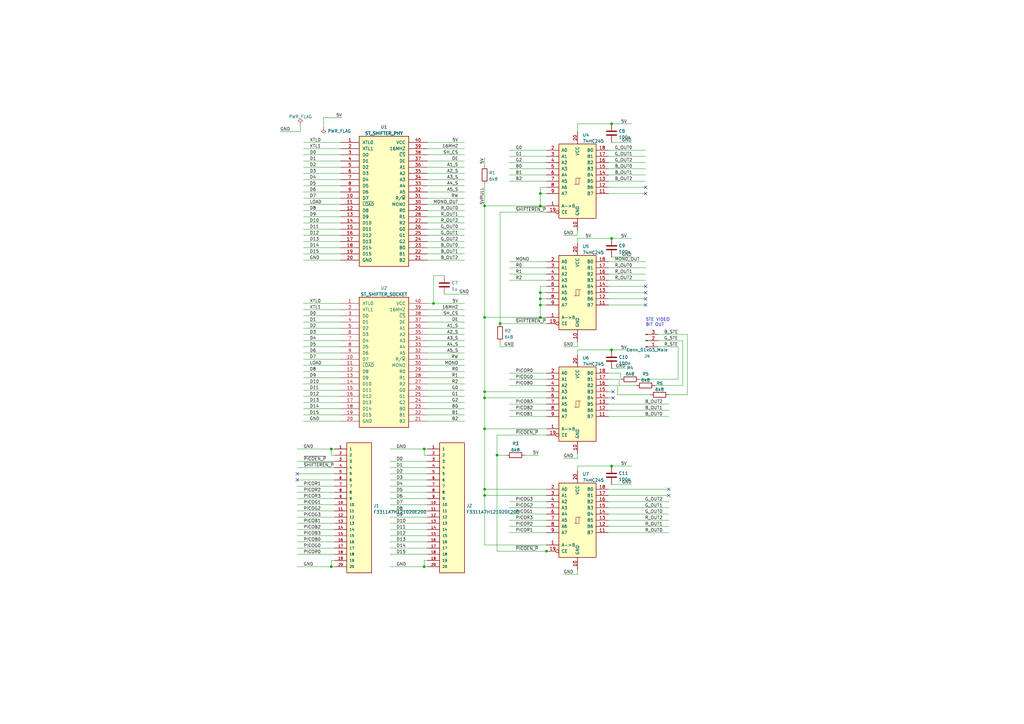
<source format=kicad_sch>
(kicad_sch (version 20211123) (generator eeschema)
  (paper "A3")
  (title_block (title "Video Rider ST") (date "2025-01-29") (rev "1") (company "D Henderson") (comment 1 "Copyright 2025") (comment 2 "Released under the terms of the GPLv2"))
  (lib_symbols
    (symbol "74xx:74HC245" (pin_names (offset 1.016))
      (property "Reference" "U" (at -7.62 16.51 0))
      (property "Value" "74HC245" (at -7.62 -16.51 0))
      (symbol "74HC245_1_0"
        (polyline (pts (xy -0.635 -1.27) (xy -0.635 1.27) (xy 0.635 1.27)))
        (polyline (pts (xy -1.27 -1.27) (xy 0.635 -1.27) (xy 0.635 1.27) (xy 1.27 1.27)))
        (pin input line (at -12.7 -10.16 0) (length 5.08) (name "A->B") (number "1"))
        (pin power_in line (at 0 -20.32 90) (length 5.08) (name "GND") (number "10"))
        (pin tri_state line (at 12.7 -5.08 180) (length 5.08) (name "B7") (number "11"))
        (pin tri_state line (at 12.7 -2.54 180) (length 5.08) (name "B6") (number "12"))
        (pin tri_state line (at 12.7 0 180) (length 5.08) (name "B5") (number "13"))
        (pin tri_state line (at 12.7 2.54 180) (length 5.08) (name "B4") (number "14"))
        (pin tri_state line (at 12.7 5.08 180) (length 5.08) (name "B3") (number "15"))
        (pin tri_state line (at 12.7 7.62 180) (length 5.08) (name "B2") (number "16"))
        (pin tri_state line (at 12.7 10.16 180) (length 5.08) (name "B1") (number "17"))
        (pin tri_state line (at 12.7 12.7 180) (length 5.08) (name "B0") (number "18"))
        (pin input inverted (at -12.7 -12.7 0) (length 5.08) (name "CE") (number "19"))
        (pin tri_state line (at -12.7 12.7 0) (length 5.08) (name "A0") (number "2"))
        (pin power_in line (at 0 20.32 270) (length 5.08) (name "VCC") (number "20"))
        (pin tri_state line (at -12.7 10.16 0) (length 5.08) (name "A1") (number "3"))
        (pin tri_state line (at -12.7 7.62 0) (length 5.08) (name "A2") (number "4"))
        (pin tri_state line (at -12.7 5.08 0) (length 5.08) (name "A3") (number "5"))
        (pin tri_state line (at -12.7 2.54 0) (length 5.08) (name "A4") (number "6"))
        (pin tri_state line (at -12.7 0 0) (length 5.08) (name "A5") (number "7"))
        (pin tri_state line (at -12.7 -2.54 0) (length 5.08) (name "A6") (number "8"))
        (pin tri_state line (at -12.7 -5.08 0) (length 5.08) (name "A7") (number "9"))
      )
      (symbol "74HC245_1_1"
        (rectangle (start -7.62 15.24) (end 7.62 -15.24) (stroke (width 0.254)) (fill (type background)))
      )
    )
    (symbol "Connector:Conn_01x03_Male" (pin_names (offset 1.016) hide)
      (property "Reference" "J" (at 0 5.08 0))
      (property "Value" "Conn_01x03_Male" (at 0 -5.08 0))
      (symbol "Conn_01x03_Male_1_1"
        (polyline (pts (xy 1.27 -2.54) (xy 0.8636 -2.54)) (stroke (width 0.1524)))
        (polyline (pts (xy 1.27 0) (xy 0.8636 0)) (stroke (width 0.1524)))
        (polyline (pts (xy 1.27 2.54) (xy 0.8636 2.54)) (stroke (width 0.1524)))
        (rectangle (start 0.8636 -2.413) (end 0 -2.667) (stroke (width 0.1524)) (fill (type outline)))
        (rectangle (start 0.8636 0.127) (end 0 -0.127) (stroke (width 0.1524)) (fill (type outline)))
        (rectangle (start 0.8636 2.667) (end 0 2.413) (stroke (width 0.1524)) (fill (type outline)))
        (pin passive line (at 5.08 2.54 180) (length 3.81) (name "Pin_1") (number "1"))
        (pin passive line (at 5.08 0 180) (length 3.81) (name "Pin_2") (number "2"))
        (pin passive line (at 5.08 -2.54 180) (length 3.81) (name "Pin_3") (number "3"))
      )
    )
    (symbol "Device:C" (pin_numbers hide) (pin_names (offset 0.254))
      (property "Reference" "C" (at 0.635 2.54 0))
      (property "Value" "C" (at 0.635 -2.54 0))
      (symbol "C_0_1"
        (polyline (pts (xy -2.032 -0.762) (xy 2.032 -0.762)) (stroke (width 0.508)))
        (polyline (pts (xy -2.032 0.762) (xy 2.032 0.762)) (stroke (width 0.508)))
      )
      (symbol "C_1_1"
        (pin passive line (at 0 3.81 270) (length 2.794) (name "~") (number "1"))
        (pin passive line (at 0 -3.81 90) (length 2.794) (name "~") (number "2"))
      )
    )
    (symbol "Device:R" (pin_numbers hide) (pin_names (offset 0))
      (property "Reference" "R" (at 2.032 0 90))
      (property "Value" "R" (at 0 0 90))
      (symbol "R_0_1"
        (rectangle (start -1.016 -2.54) (end 1.016 2.54) (stroke (width 0.254)))
      )
      (symbol "R_1_1"
        (pin passive line (at 0 3.81 270) (length 1.27) (name "~") (number "1"))
        (pin passive line (at 0 -3.81 90) (length 1.27) (name "~") (number "2"))
      )
    )
    (symbol "F3311A7H121020E200:F3311A7H121020E200" (pin_names (offset 1.016))
      (property "Reference" "J" (at -5.08 26.162 0))
      (property "Value" "F3311A7H121020E200" (at -5.08 -30.48 0))
      (symbol "F3311A7H121020E200_0_0"
        (rectangle (start -5.08 -27.94) (end 5.08 25.4) (stroke (width 0.254)) (fill (type background)))
        (pin passive line (at -10.16 22.86 0) (length 5.08) (name "1") (number "1"))
        (pin passive line (at -10.16 0 0) (length 5.08) (name "10") (number "10"))
        (pin passive line (at -10.16 -2.54 0) (length 5.08) (name "11") (number "11"))
        (pin passive line (at -10.16 -5.08 0) (length 5.08) (name "12") (number "12"))
        (pin passive line (at -10.16 -7.62 0) (length 5.08) (name "13") (number "13"))
        (pin passive line (at -10.16 -10.16 0) (length 5.08) (name "14") (number "14"))
        (pin passive line (at -10.16 -12.7 0) (length 5.08) (name "15") (number "15"))
        (pin passive line (at -10.16 -15.24 0) (length 5.08) (name "16") (number "16"))
        (pin passive line (at -10.16 -17.78 0) (length 5.08) (name "17") (number "17"))
        (pin passive line (at -10.16 -20.32 0) (length 5.08) (name "18") (number "18"))
        (pin passive line (at -10.16 -22.86 0) (length 5.08) (name "19") (number "19"))
        (pin passive line (at -10.16 20.32 0) (length 5.08) (name "2") (number "2"))
        (pin passive line (at -10.16 -25.4 0) (length 5.08) (name "20") (number "20"))
        (pin passive line (at -10.16 17.78 0) (length 5.08) (name "3") (number "3"))
        (pin passive line (at -10.16 15.24 0) (length 5.08) (name "4") (number "4"))
        (pin passive line (at -10.16 12.7 0) (length 5.08) (name "5") (number "5"))
        (pin passive line (at -10.16 10.16 0) (length 5.08) (name "6") (number "6"))
        (pin passive line (at -10.16 7.62 0) (length 5.08) (name "7") (number "7"))
        (pin passive line (at -10.16 5.08 0) (length 5.08) (name "8") (number "8"))
        (pin passive line (at -10.16 2.54 0) (length 5.08) (name "9") (number "9"))
      )
    )
    (symbol "power:PWR_FLAG" (power) (pin_numbers hide) (pin_names (offset 0) hide)
      (property "Value" "PWR_FLAG" (at 0 3.81 0))
      (symbol "PWR_FLAG_0_0"
        (pin power_out line (at 0 0 90) (length 0) (name "pwr") (number "1"))
      )
      (symbol "PWR_FLAG_0_1"
        (polyline (pts (xy 0 0) (xy 0 1.27) (xy -1.016 1.905) (xy 0 2.54) (xy 1.016 1.905) (xy 0 1.27)))
      )
    )
    (symbol "st_shifter:ST_SHIFTER_PHY" (pin_names (offset 1.27))
      (property "Reference" "U" (at -10.16 31.75 0))
      (property "Value" "ST_SHIFTER_PHY" (at -10.16 29.21 0))
      (symbol "ST_SHIFTER_PHY_0_0"
        (rectangle (start -10.16 26.67) (end 10.16 -26.67) (stroke (width 0.254)) (fill (type background)))
        (pin input line (at -17.78 24.13 0) (length 7.62) (name "XTL0") (number "1"))
        (pin bidirectional line (at -17.78 1.27 0) (length 7.62) (name "D7") (number "10"))
        (pin input line (at -17.78 -1.27 0) (length 7.62) (name "~{LOAD}") (number "11"))
        (pin bidirectional line (at -17.78 -3.81 0) (length 7.62) (name "D8") (number "12"))
        (pin bidirectional line (at -17.78 -6.35 0) (length 7.62) (name "D9") (number "13"))
        (pin bidirectional line (at -17.78 -8.89 0) (length 7.62) (name "D10") (number "14"))
        (pin bidirectional line (at -17.78 -11.43 0) (length 7.62) (name "D11") (number "15"))
        (pin bidirectional line (at -17.78 -13.97 0) (length 7.62) (name "D12") (number "16"))
        (pin bidirectional line (at -17.78 -16.51 0) (length 7.62) (name "D13") (number "17"))
        (pin bidirectional line (at -17.78 -19.05 0) (length 7.62) (name "D14") (number "18"))
        (pin bidirectional line (at -17.78 -21.59 0) (length 7.62) (name "D15") (number "19"))
        (pin input line (at -17.78 21.59 0) (length 7.62) (name "XTL1") (number "2"))
        (pin power_in line (at -17.78 -24.13 0) (length 7.62) (name "GND") (number "20"))
        (pin output line (at 17.78 -24.13 180) (length 7.62) (name "B2") (number "21"))
        (pin output line (at 17.78 -21.59 180) (length 7.62) (name "B1") (number "22"))
        (pin output line (at 17.78 -19.05 180) (length 7.62) (name "B0") (number "23"))
        (pin output line (at 17.78 -16.51 180) (length 7.62) (name "G2") (number "24"))
        (pin output line (at 17.78 -13.97 180) (length 7.62) (name "G1") (number "25"))
        (pin output line (at 17.78 -11.43 180) (length 7.62) (name "G0") (number "26"))
        (pin output line (at 17.78 -8.89 180) (length 7.62) (name "R2") (number "27"))
        (pin output line (at 17.78 -6.35 180) (length 7.62) (name "R1") (number "28"))
        (pin output line (at 17.78 -3.81 180) (length 7.62) (name "R0") (number "29"))
        (pin bidirectional line (at -17.78 19.05 0) (length 7.62) (name "D0") (number "3"))
        (pin output line (at 17.78 -1.27 180) (length 7.62) (name "MONO") (number "30"))
        (pin input line (at 17.78 1.27 180) (length 7.62) (name "R/~{W}") (number "31"))
        (pin input line (at 17.78 3.81 180) (length 7.62) (name "A5") (number "32"))
        (pin input line (at 17.78 6.35 180) (length 7.62) (name "A4") (number "33"))
        (pin input line (at 17.78 8.89 180) (length 7.62) (name "A3") (number "34"))
        (pin input line (at 17.78 11.43 180) (length 7.62) (name "A2") (number "35"))
        (pin input line (at 17.78 13.97 180) (length 7.62) (name "A1") (number "36"))
        (pin input line (at 17.78 16.51 180) (length 7.62) (name "DE") (number "37"))
        (pin input line (at 17.78 19.05 180) (length 7.62) (name "~{CS}") (number "38"))
        (pin output line (at 17.78 21.59 180) (length 7.62) (name "16MHZ") (number "39"))
        (pin bidirectional line (at -17.78 16.51 0) (length 7.62) (name "D1") (number "4"))
        (pin power_in line (at 17.78 24.13 180) (length 7.62) (name "VCC") (number "40"))
        (pin bidirectional line (at -17.78 13.97 0) (length 7.62) (name "D2") (number "5"))
        (pin bidirectional line (at -17.78 11.43 0) (length 7.62) (name "D3") (number "6"))
        (pin bidirectional line (at -17.78 8.89 0) (length 7.62) (name "D4") (number "7"))
        (pin bidirectional line (at -17.78 6.35 0) (length 7.62) (name "D5") (number "8"))
        (pin bidirectional line (at -17.78 3.81 0) (length 7.62) (name "D6") (number "9"))
      )
    )
    (symbol "st_shifter:ST_SHIFTER_SOCKET" (pin_names (offset 1.27))
      (property "Reference" "U" (at -10.16 31.75 0))
      (property "Value" "ST_SHIFTER_SOCKET" (at -10.16 29.21 0))
      (symbol "ST_SHIFTER_SOCKET_0_0"
        (rectangle (start -10.16 26.67) (end 10.16 -26.67) (stroke (width 0.254)) (fill (type background)))
        (pin passive line (at -17.78 24.13 0) (length 7.62) (name "XTL0") (number "1"))
        (pin passive line (at -17.78 1.27 0) (length 7.62) (name "D7") (number "10"))
        (pin passive line (at -17.78 -1.27 0) (length 7.62) (name "~{LOAD}") (number "11"))
        (pin passive line (at -17.78 -3.81 0) (length 7.62) (name "D8") (number "12"))
        (pin passive line (at -17.78 -6.35 0) (length 7.62) (name "D9") (number "13"))
        (pin passive line (at -17.78 -8.89 0) (length 7.62) (name "D10") (number "14"))
        (pin passive line (at -17.78 -11.43 0) (length 7.62) (name "D11") (number "15"))
        (pin passive line (at -17.78 -13.97 0) (length 7.62) (name "D12") (number "16"))
        (pin passive line (at -17.78 -16.51 0) (length 7.62) (name "D13") (number "17"))
        (pin passive line (at -17.78 -19.05 0) (length 7.62) (name "D14") (number "18"))
        (pin passive line (at -17.78 -21.59 0) (length 7.62) (name "D15") (number "19"))
        (pin passive line (at -17.78 21.59 0) (length 7.62) (name "XTL1") (number "2"))
        (pin passive line (at -17.78 -24.13 0) (length 7.62) (name "GND") (number "20"))
        (pin passive line (at 17.78 -24.13 180) (length 7.62) (name "B2") (number "21"))
        (pin passive line (at 17.78 -21.59 180) (length 7.62) (name "B1") (number "22"))
        (pin passive line (at 17.78 -19.05 180) (length 7.62) (name "B0") (number "23"))
        (pin passive line (at 17.78 -16.51 180) (length 7.62) (name "G2") (number "24"))
        (pin passive line (at 17.78 -13.97 180) (length 7.62) (name "G1") (number "25"))
        (pin passive line (at 17.78 -11.43 180) (length 7.62) (name "G0") (number "26"))
        (pin passive line (at 17.78 -8.89 180) (length 7.62) (name "R2") (number "27"))
        (pin passive line (at 17.78 -6.35 180) (length 7.62) (name "R1") (number "28"))
        (pin passive line (at 17.78 -3.81 180) (length 7.62) (name "R0") (number "29"))
        (pin passive line (at -17.78 19.05 0) (length 7.62) (name "D0") (number "3"))
        (pin passive line (at 17.78 -1.27 180) (length 7.62) (name "MONO") (number "30"))
        (pin passive line (at 17.78 1.27 180) (length 7.62) (name "R/~{W}") (number "31"))
        (pin passive line (at 17.78 3.81 180) (length 7.62) (name "A5") (number "32"))
        (pin passive line (at 17.78 6.35 180) (length 7.62) (name "A4") (number "33"))
        (pin passive line (at 17.78 8.89 180) (length 7.62) (name "A3") (number "34"))
        (pin passive line (at 17.78 11.43 180) (length 7.62) (name "A2") (number "35"))
        (pin passive line (at 17.78 13.97 180) (length 7.62) (name "A1") (number "36"))
        (pin passive line (at 17.78 16.51 180) (length 7.62) (name "DE") (number "37"))
        (pin passive line (at 17.78 19.05 180) (length 7.62) (name "~{CS}") (number "38"))
        (pin passive line (at 17.78 21.59 180) (length 7.62) (name "16MHZ") (number "39"))
        (pin passive line (at -17.78 16.51 0) (length 7.62) (name "D1") (number "4"))
        (pin passive line (at 17.78 24.13 180) (length 7.62) (name "VCC") (number "40"))
        (pin passive line (at -17.78 13.97 0) (length 7.62) (name "D2") (number "5"))
        (pin passive line (at -17.78 11.43 0) (length 7.62) (name "D3") (number "6"))
        (pin passive line (at -17.78 8.89 0) (length 7.62) (name "D4") (number "7"))
        (pin passive line (at -17.78 6.35 0) (length 7.62) (name "D5") (number "8"))
        (pin passive line (at -17.78 3.81 0) (length 7.62) (name "D6") (number "9"))
      )
    )
  )
  (junction (at 198.755 130.175))
  (junction (at 224.155 226.06))
  (junction (at 221.615 120.015))
  (junction (at 198.755 203.2))
  (junction (at 221.615 125.095))
  (junction (at 198.755 200.66))
  (junction (at 203.835 186.69))
  (junction (at 173.99 184.15))
  (junction (at 205.105 132.715))
  (junction (at 250.825 191.135))
  (junction (at 221.615 130.175))
  (junction (at 250.825 50.8))
  (junction (at 221.615 84.455))
  (junction (at 198.755 163.195))
  (junction (at 221.615 79.375))
  (junction (at 177.8 124.46))
  (junction (at 250.825 143.51))
  (junction (at 135.89 232.41))
  (junction (at 198.755 175.895))
  (junction (at 173.99 232.41))
  (junction (at 198.755 160.655))
  (junction (at 221.615 122.555))
  (junction (at 198.755 84.455))
  (junction (at 135.89 184.15))
  (junction (at 250.825 97.79))
  (no_connect (at 264.795 117.475))
  (no_connect (at 264.795 122.555))
  (no_connect (at 251.46 160.655))
  (no_connect (at 274.32 200.66))
  (no_connect (at 274.32 203.2))
  (no_connect (at 264.795 76.835))
  (no_connect (at 264.795 125.095))
  (no_connect (at 264.795 120.015))
  (no_connect (at 121.92 196.85))
  (no_connect (at 264.795 79.375))
  (no_connect (at 251.46 163.195))
  (no_connect (at 121.92 194.31))
  (wire (pts (xy 236.855 142.24) (xy 231.14 142.24)))
  (wire (pts (xy 139.7 88.9) (xy 124.46 88.9)))
  (wire (pts (xy 249.555 160.655) (xy 251.46 160.655)))
  (wire (pts (xy 264.795 107.315) (xy 249.555 107.315)))
  (wire (pts (xy 175.26 58.42) (xy 190.5 58.42)))
  (wire (pts (xy 224.155 109.855) (xy 208.915 109.855)))
  (wire (pts (xy 274.32 161.925) (xy 281.94 161.925)))
  (wire (pts (xy 198.755 203.2) (xy 198.755 223.52)))
  (wire (pts (xy 224.155 205.74) (xy 208.915 205.74)))
  (wire (pts (xy 262.255 155.575) (xy 278.13 155.575)))
  (wire (pts (xy 264.795 114.935) (xy 249.555 114.935)))
  (wire (pts (xy 250.825 198.755) (xy 259.08 198.755)))
  (wire (pts (xy 264.795 61.595) (xy 249.555 61.595)))
  (wire (pts (xy 175.26 104.14) (xy 190.5 104.14)))
  (wire (pts (xy 175.26 99.06) (xy 190.5 99.06)))
  (wire (pts (xy 137.16 196.85) (xy 121.92 196.85)))
  (wire (pts (xy 224.155 213.36) (xy 208.915 213.36)))
  (wire (pts (xy 175.26 96.52) (xy 190.5 96.52)))
  (wire (pts (xy 135.89 184.15) (xy 137.16 184.15)))
  (wire (pts (xy 264.795 69.215) (xy 249.555 69.215)))
  (wire (pts (xy 175.26 152.4) (xy 190.5 152.4)))
  (wire (pts (xy 198.755 67.945) (xy 198.755 64.77)))
  (wire (pts (xy 236.855 142.24) (xy 236.855 140.335)))
  (wire (pts (xy 139.7 106.68) (xy 124.46 106.68)))
  (wire (pts (xy 249.555 122.555) (xy 264.795 122.555)))
  (wire (pts (xy 236.855 235.585) (xy 231.14 235.585)))
  (wire (pts (xy 121.92 204.47) (xy 137.16 204.47)))
  (wire (pts (xy 236.855 191.135) (xy 250.825 191.135)))
  (wire (pts (xy 249.555 76.835) (xy 264.795 76.835)))
  (wire (pts (xy 173.99 184.15) (xy 175.26 184.15)))
  (wire (pts (xy 203.835 178.435) (xy 224.155 178.435)))
  (wire (pts (xy 175.26 137.16) (xy 190.5 137.16)))
  (wire (pts (xy 139.7 162.56) (xy 124.46 162.56)))
  (wire (pts (xy 224.155 114.935) (xy 208.915 114.935)))
  (wire (pts (xy 139.7 81.28) (xy 124.46 81.28)))
  (wire (pts (xy 175.26 162.56) (xy 190.5 162.56)))
  (wire (pts (xy 250.825 97.79) (xy 259.08 97.79)))
  (wire (pts (xy 139.7 91.44) (xy 124.46 91.44)))
  (wire (pts (xy 139.7 66.04) (xy 124.46 66.04)))
  (wire (pts (xy 160.02 217.17) (xy 175.26 217.17)))
  (wire (pts (xy 139.7 154.94) (xy 124.46 154.94)))
  (wire (pts (xy 281.94 137.16) (xy 269.875 137.16)))
  (wire (pts (xy 121.92 201.93) (xy 137.16 201.93)))
  (wire (pts (xy 249.555 120.015) (xy 264.795 120.015)))
  (wire (pts (xy 139.7 63.5) (xy 124.46 63.5)))
  (wire (pts (xy 203.835 226.06) (xy 224.155 226.06)))
  (wire (pts (xy 224.155 69.215) (xy 208.915 69.215)))
  (wire (pts (xy 198.755 130.175) (xy 198.755 84.455)))
  (wire (pts (xy 139.7 71.12) (xy 124.46 71.12)))
  (wire (pts (xy 221.615 122.555) (xy 221.615 125.095)))
  (wire (pts (xy 224.155 168.275) (xy 208.915 168.275)))
  (wire (pts (xy 137.16 186.69) (xy 135.89 186.69)))
  (wire (pts (xy 224.155 218.44) (xy 208.915 218.44)))
  (wire (pts (xy 198.755 175.895) (xy 198.755 163.195)))
  (wire (pts (xy 236.855 50.8) (xy 250.825 50.8)))
  (wire (pts (xy 198.755 84.455) (xy 198.755 75.565)))
  (wire (pts (xy 203.835 178.435) (xy 203.835 186.69)))
  (wire (pts (xy 139.7 149.86) (xy 124.46 149.86)))
  (wire (pts (xy 281.94 161.925) (xy 281.94 137.16)))
  (wire (pts (xy 254.635 153.035) (xy 254.635 155.575)))
  (wire (pts (xy 139.7 132.08) (xy 124.46 132.08)))
  (wire (pts (xy 175.26 224.79) (xy 160.02 224.79)))
  (wire (pts (xy 249.555 203.2) (xy 274.32 203.2)))
  (wire (pts (xy 175.26 73.66) (xy 190.5 73.66)))
  (wire (pts (xy 160.02 214.63) (xy 175.26 214.63)))
  (wire (pts (xy 139.7 139.7) (xy 124.46 139.7)))
  (wire (pts (xy 175.26 167.64) (xy 190.5 167.64)))
  (wire (pts (xy 236.855 187.96) (xy 231.14 187.96)))
  (wire (pts (xy 250.825 143.51) (xy 259.08 143.51)))
  (wire (pts (xy 137.16 194.31) (xy 121.92 194.31)))
  (wire (pts (xy 221.615 117.475) (xy 221.615 120.015)))
  (wire (pts (xy 175.26 219.71) (xy 160.02 219.71)))
  (wire (pts (xy 173.99 232.41) (xy 175.26 232.41)))
  (wire (pts (xy 198.755 200.66) (xy 198.755 203.2)))
  (wire (pts (xy 175.26 101.6) (xy 190.5 101.6)))
  (wire (pts (xy 139.7 147.32) (xy 124.46 147.32)))
  (wire (pts (xy 160.02 201.93) (xy 175.26 201.93)))
  (wire (pts (xy 175.26 91.44) (xy 190.5 91.44)))
  (wire (pts (xy 224.155 64.135) (xy 208.915 64.135)))
  (wire (pts (xy 121.92 214.63) (xy 137.16 214.63)))
  (wire (pts (xy 224.155 210.82) (xy 208.915 210.82)))
  (wire (pts (xy 224.155 170.815) (xy 208.915 170.815)))
  (wire (pts (xy 198.755 163.195) (xy 198.755 160.655)))
  (wire (pts (xy 175.26 71.12) (xy 190.5 71.12)))
  (wire (pts (xy 264.795 112.395) (xy 249.555 112.395)))
  (wire (pts (xy 175.26 93.98) (xy 190.5 93.98)))
  (wire (pts (xy 135.89 186.69) (xy 135.89 184.15)))
  (wire (pts (xy 280.035 139.7) (xy 280.035 158.115)))
  (wire (pts (xy 198.755 175.895) (xy 198.755 200.66)))
  (wire (pts (xy 264.795 74.295) (xy 249.555 74.295)))
  (wire (pts (xy 121.92 207.01) (xy 137.16 207.01)))
  (wire (pts (xy 139.7 157.48) (xy 124.46 157.48)))
  (wire (pts (xy 139.7 144.78) (xy 124.46 144.78)))
  (wire (pts (xy 236.855 187.96) (xy 236.855 186.055)))
  (wire (pts (xy 236.855 50.8) (xy 236.855 53.975)))
  (wire (pts (xy 264.795 109.855) (xy 249.555 109.855)))
  (wire (pts (xy 139.7 101.6) (xy 124.46 101.6)))
  (wire (pts (xy 264.795 66.675) (xy 249.555 66.675)))
  (wire (pts (xy 249.555 205.74) (xy 274.32 205.74)))
  (wire (pts (xy 160.02 191.77) (xy 175.26 191.77)))
  (wire (pts (xy 205.105 86.995) (xy 224.155 86.995)))
  (wire (pts (xy 123.19 51.435) (xy 123.19 53.975)))
  (wire (pts (xy 203.835 226.06) (xy 203.835 186.69)))
  (wire (pts (xy 249.555 125.095) (xy 264.795 125.095)))
  (wire (pts (xy 139.7 160.02) (xy 124.46 160.02)))
  (wire (pts (xy 249.555 117.475) (xy 264.795 117.475)))
  (wire (pts (xy 139.7 170.18) (xy 124.46 170.18)))
  (wire (pts (xy 280.035 158.115) (xy 268.605 158.115)))
  (wire (pts (xy 139.7 134.62) (xy 124.46 134.62)))
  (wire (pts (xy 224.155 208.28) (xy 208.915 208.28)))
  (wire (pts (xy 175.26 86.36) (xy 190.5 86.36)))
  (wire (pts (xy 121.92 184.15) (xy 135.89 184.15)))
  (wire (pts (xy 175.26 222.25) (xy 160.02 222.25)))
  (wire (pts (xy 249.555 163.195) (xy 251.46 163.195)))
  (wire (pts (xy 224.155 74.295) (xy 208.915 74.295)))
  (wire (pts (xy 139.7 172.72) (xy 124.46 172.72)))
  (wire (pts (xy 137.16 189.23) (xy 121.92 189.23)))
  (wire (pts (xy 198.755 160.655) (xy 198.755 130.175)))
  (wire (pts (xy 249.555 208.28) (xy 274.32 208.28)))
  (wire (pts (xy 224.155 165.735) (xy 208.915 165.735)))
  (wire (pts (xy 175.26 81.28) (xy 190.5 81.28)))
  (wire (pts (xy 249.555 79.375) (xy 264.795 79.375)))
  (wire (pts (xy 121.92 219.71) (xy 137.16 219.71)))
  (wire (pts (xy 135.89 229.87) (xy 135.89 232.41)))
  (wire (pts (xy 208.915 155.575) (xy 224.155 155.575)))
  (wire (pts (xy 139.7 76.2) (xy 124.46 76.2)))
  (wire (pts (xy 175.26 132.08) (xy 190.5 132.08)))
  (wire (pts (xy 205.105 132.715) (xy 224.155 132.715)))
  (wire (pts (xy 175.26 144.78) (xy 190.5 144.78)))
  (wire (pts (xy 175.26 149.86) (xy 190.5 149.86)))
  (wire (pts (xy 160.02 184.15) (xy 173.99 184.15)))
  (wire (pts (xy 139.7 68.58) (xy 124.46 68.58)))
  (wire (pts (xy 175.26 88.9) (xy 190.5 88.9)))
  (wire (pts (xy 175.26 170.18) (xy 190.5 170.18)))
  (wire (pts (xy 249.555 215.9) (xy 274.32 215.9)))
  (wire (pts (xy 203.835 186.69) (xy 207.645 186.69)))
  (wire (pts (xy 175.26 66.04) (xy 190.5 66.04)))
  (wire (pts (xy 221.615 76.835) (xy 221.615 79.375)))
  (wire (pts (xy 224.155 158.115) (xy 208.915 158.115)))
  (wire (pts (xy 249.555 155.575) (xy 254 155.575)))
  (wire (pts (xy 175.26 68.58) (xy 190.5 68.58)))
  (wire (pts (xy 266.7 161.925) (xy 253.365 161.925)))
  (wire (pts (xy 175.26 142.24) (xy 190.5 142.24)))
  (wire (pts (xy 160.02 199.39) (xy 175.26 199.39)))
  (wire (pts (xy 224.155 215.9) (xy 208.915 215.9)))
  (wire (pts (xy 175.26 186.69) (xy 173.99 186.69)))
  (wire (pts (xy 121.92 217.17) (xy 137.16 217.17)))
  (wire (pts (xy 121.92 227.33) (xy 137.16 227.33)))
  (wire (pts (xy 139.7 96.52) (xy 124.46 96.52)))
  (wire (pts (xy 221.615 120.015) (xy 224.155 120.015)))
  (wire (pts (xy 175.26 78.74) (xy 190.5 78.74)))
  (wire (pts (xy 215.265 186.69) (xy 220.98 186.69)))
  (wire (pts (xy 175.26 83.82) (xy 190.5 83.82)))
  (wire (pts (xy 224.155 117.475) (xy 221.615 117.475)))
  (wire (pts (xy 160.02 232.41) (xy 173.99 232.41)))
  (wire (pts (xy 139.7 152.4) (xy 124.46 152.4)))
  (wire (pts (xy 205.105 86.995) (xy 205.105 132.715)))
  (wire (pts (xy 114.935 53.975) (xy 123.19 53.975)))
  (wire (pts (xy 236.855 96.52) (xy 231.14 96.52)))
  (wire (pts (xy 175.26 106.68) (xy 190.5 106.68)))
  (wire (pts (xy 121.92 199.39) (xy 137.16 199.39)))
  (wire (pts (xy 236.855 235.585) (xy 236.855 233.68)))
  (wire (pts (xy 198.755 84.455) (xy 221.615 84.455)))
  (wire (pts (xy 121.92 212.09) (xy 137.16 212.09)))
  (wire (pts (xy 139.7 142.24) (xy 124.46 142.24)))
  (wire (pts (xy 175.26 147.32) (xy 190.5 147.32)))
  (wire (pts (xy 160.02 204.47) (xy 175.26 204.47)))
  (wire (pts (xy 139.7 83.82) (xy 124.46 83.82)))
  (wire (pts (xy 205.105 142.24) (xy 205.105 140.335)))
  (wire (pts (xy 175.26 76.2) (xy 190.5 76.2)))
  (wire (pts (xy 224.155 66.675) (xy 208.915 66.675)))
  (wire (pts (xy 269.875 139.7) (xy 280.035 139.7)))
  (wire (pts (xy 224.155 130.175) (xy 221.615 130.175)))
  (wire (pts (xy 198.755 160.655) (xy 224.155 160.655)))
  (wire (pts (xy 139.7 93.98) (xy 124.46 93.98)))
  (wire (pts (xy 175.26 127) (xy 190.5 127)))
  (wire (pts (xy 175.26 134.62) (xy 190.5 134.62)))
  (wire (pts (xy 250.825 191.135) (xy 259.08 191.135)))
  (wire (pts (xy 198.755 200.66) (xy 224.155 200.66)))
  (wire (pts (xy 253.365 158.115) (xy 249.555 158.115)))
  (wire (pts (xy 236.855 96.52) (xy 236.855 94.615)))
  (wire (pts (xy 250.825 58.42) (xy 259.08 58.42)))
  (wire (pts (xy 236.855 97.79) (xy 236.855 99.695)))
  (wire (pts (xy 249.555 200.66) (xy 274.32 200.66)))
  (wire (pts (xy 224.155 76.835) (xy 221.615 76.835)))
  (wire (pts (xy 182.245 113.03) (xy 177.8 113.03)))
  (wire (pts (xy 139.7 104.14) (xy 124.46 104.14)))
  (wire (pts (xy 160.02 207.01) (xy 175.26 207.01)))
  (wire (pts (xy 250.825 50.8) (xy 259.08 50.8)))
  (wire (pts (xy 236.855 143.51) (xy 236.855 145.415)))
  (wire (pts (xy 249.555 218.44) (xy 274.32 218.44)))
  (wire (pts (xy 224.155 107.315) (xy 208.915 107.315)))
  (wire (pts (xy 221.615 125.095) (xy 224.155 125.095)))
  (wire (pts (xy 139.7 99.06) (xy 124.46 99.06)))
  (wire (pts (xy 249.555 170.815) (xy 274.32 170.815)))
  (wire (pts (xy 249.555 153.035) (xy 254.635 153.035)))
  (wire (pts (xy 121.92 209.55) (xy 137.16 209.55)))
  (wire (pts (xy 175.26 63.5) (xy 190.5 63.5)))
  (wire (pts (xy 254 158.115) (xy 260.985 158.115)))
  (wire (pts (xy 224.155 122.555) (xy 221.615 122.555)))
  (wire (pts (xy 139.7 167.64) (xy 124.46 167.64)))
  (wire (pts (xy 221.615 120.015) (xy 221.615 122.555)))
  (wire (pts (xy 269.875 142.24) (xy 278.13 142.24)))
  (wire (pts (xy 205.105 142.24) (xy 210.82 142.24)))
  (wire (pts (xy 221.615 125.095) (xy 221.615 130.175)))
  (wire (pts (xy 175.26 154.94) (xy 190.5 154.94)))
  (wire (pts (xy 139.7 137.16) (xy 124.46 137.16)))
  (wire (pts (xy 249.555 165.735) (xy 274.32 165.735)))
  (wire (pts (xy 160.02 196.85) (xy 175.26 196.85)))
  (wire (pts (xy 264.795 64.135) (xy 249.555 64.135)))
  (wire (pts (xy 139.7 86.36) (xy 124.46 86.36)))
  (wire (pts (xy 224.155 71.755) (xy 208.915 71.755)))
  (wire (pts (xy 139.7 73.66) (xy 124.46 73.66)))
  (wire (pts (xy 139.7 60.96) (xy 124.46 60.96)))
  (wire (pts (xy 173.99 229.87) (xy 173.99 232.41)))
  (wire (pts (xy 224.155 226.06) (xy 224.79 226.06)))
  (wire (pts (xy 253.365 161.925) (xy 253.365 158.115)))
  (wire (pts (xy 198.755 175.895) (xy 224.155 175.895)))
  (wire (pts (xy 132.715 48.26) (xy 140.335 48.26)))
  (wire (pts (xy 137.16 229.87) (xy 135.89 229.87)))
  (wire (pts (xy 121.92 224.79) (xy 137.16 224.79)))
  (wire (pts (xy 137.16 191.77) (xy 121.92 191.77)))
  (wire (pts (xy 139.7 129.54) (xy 124.46 129.54)))
  (wire (pts (xy 175.26 160.02) (xy 190.5 160.02)))
  (wire (pts (xy 175.26 165.1) (xy 190.5 165.1)))
  (wire (pts (xy 224.155 112.395) (xy 208.915 112.395)))
  (wire (pts (xy 177.8 124.46) (xy 190.5 124.46)))
  (wire (pts (xy 224.155 84.455) (xy 221.615 84.455)))
  (wire (pts (xy 198.755 163.195) (xy 224.155 163.195)))
  (wire (pts (xy 175.26 227.33) (xy 160.02 227.33)))
  (wire (pts (xy 182.245 120.65) (xy 192.405 120.65)))
  (wire (pts (xy 135.89 232.41) (xy 137.16 232.41)))
  (wire (pts (xy 175.26 129.54) (xy 190.5 129.54)))
  (wire (pts (xy 160.02 194.31) (xy 175.26 194.31)))
  (wire (pts (xy 175.26 172.72) (xy 190.5 172.72)))
  (wire (pts (xy 121.92 222.25) (xy 137.16 222.25)))
  (wire (pts (xy 139.7 58.42) (xy 124.46 58.42)))
  (wire (pts (xy 236.855 143.51) (xy 250.825 143.51)))
  (wire (pts (xy 175.26 60.96) (xy 190.5 60.96)))
  (wire (pts (xy 132.715 52.07) (xy 132.715 48.26)))
  (wire (pts (xy 198.755 223.52) (xy 224.155 223.52)))
  (wire (pts (xy 160.02 209.55) (xy 175.26 209.55)))
  (wire (pts (xy 249.555 213.36) (xy 274.32 213.36)))
  (wire (pts (xy 175.26 139.7) (xy 190.5 139.7)))
  (wire (pts (xy 198.755 203.2) (xy 224.155 203.2)))
  (wire (pts (xy 139.7 78.74) (xy 124.46 78.74)))
  (wire (pts (xy 249.555 210.82) (xy 274.32 210.82)))
  (wire (pts (xy 175.26 229.87) (xy 173.99 229.87)))
  (wire (pts (xy 224.155 153.035) (xy 208.915 153.035)))
  (wire (pts (xy 224.155 61.595) (xy 208.915 61.595)))
  (wire (pts (xy 139.7 165.1) (xy 124.46 165.1)))
  (wire (pts (xy 175.26 157.48) (xy 190.5 157.48)))
  (wire (pts (xy 121.92 232.41) (xy 135.89 232.41)))
  (wire (pts (xy 249.555 168.275) (xy 274.32 168.275)))
  (wire (pts (xy 173.99 186.69) (xy 173.99 184.15)))
  (wire (pts (xy 278.13 155.575) (xy 278.13 142.24)))
  (wire (pts (xy 254 155.575) (xy 254 158.115)))
  (wire (pts (xy 264.795 71.755) (xy 249.555 71.755)))
  (wire (pts (xy 236.855 97.79) (xy 250.825 97.79)))
  (wire (pts (xy 250.825 105.41) (xy 259.08 105.41)))
  (wire (pts (xy 250.825 151.13) (xy 256.54 151.13)))
  (wire (pts (xy 177.8 113.03) (xy 177.8 124.46)))
  (wire (pts (xy 139.7 127) (xy 124.46 127)))
  (wire (pts (xy 175.26 124.46) (xy 177.8 124.46)))
  (wire (pts (xy 236.855 191.135) (xy 236.855 193.04)))
  (wire (pts (xy 160.02 189.23) (xy 175.26 189.23)))
  (wire (pts (xy 221.615 79.375) (xy 221.615 84.455)))
  (wire (pts (xy 221.615 79.375) (xy 224.155 79.375)))
  (wire (pts (xy 139.7 124.46) (xy 124.46 124.46)))
  (wire (pts (xy 198.755 130.175) (xy 221.615 130.175)))
  (wire (pts (xy 160.02 212.09) (xy 175.26 212.09)))
  (text "STE VIDEO\nBIT OUT" (at 264.795 133.985 0) (effects (font (size 1.27 1.27)) (justify left bottom)))
  (label "A2_S" (at 187.96 137.16 180))
  (label "D3" (at 127 71.12 0))
  (label "R1" (at 211.455 112.395 0))
  (label "~{SHIFTEREN_P}" (at 124.46 191.77 0))
  (label "GND" (at 124.46 232.41 0))
  (label "~{SHIFTEREN_P}" (at 211.455 132.715 0))
  (label "16MHZ" (at 187.96 127 180))
  (label "B_OUT1" (at 187.96 104.14 180))
  (label "PICOG2" (at 211.455 208.28 0))
  (label "PICOB3" (at 124.46 219.71 0))
  (label "5V" (at 187.96 58.42 180))
  (label "GND" (at 127 172.72 0))
  (label "D1" (at 162.56 191.77 0))
  (label "D4" (at 127 73.66 0))
  (label "D6" (at 127 78.74 0))
  (label "G_OUT0" (at 187.96 93.98 180))
  (label "D6" (at 162.56 204.47 0))
  (label "RW" (at 187.96 81.28 180))
  (label "GND" (at 259.08 58.42 180))
  (label "D1" (at 127 132.08 0))
  (label "SH_CS" (at 187.96 63.5 180))
  (label "G_OUT1" (at 252.095 64.135 0))
  (label "G_OUT1" (at 187.96 96.52 180))
  (label "5VPULL" (at 198.755 76.835 270))
  (label "G_OUT0" (at 271.78 210.82 180))
  (label "GND" (at 162.56 184.15 0))
  (label "R_OUT1" (at 271.78 215.9 180))
  (label "B_OUT0" (at 252.095 69.215 0))
  (label "PICOG3" (at 124.46 212.09 0))
  (label "A3_S" (at 187.96 73.66 180))
  (label "MONO_OUT" (at 252.095 107.315 0))
  (label "PICOR1" (at 211.455 218.44 0))
  (label "G_OUT2" (at 271.78 205.74 180))
  (label "DE" (at 187.96 132.08 180))
  (label "R_OUT0" (at 187.96 86.36 180))
  (label "GND" (at 231.14 96.52 0))
  (label "G1" (at 211.455 64.135 0))
  (label "D5" (at 162.56 201.93 0))
  (label "D10" (at 162.56 214.63 0))
  (label "A5_S" (at 187.96 78.74 180))
  (label "PICOG1" (at 211.455 210.82 0))
  (label "PICOR1" (at 124.46 199.39 0))
  (label "MONO" (at 211.455 107.315 0))
  (label "D11" (at 127 160.02 0))
  (label "D0" (at 127 63.5 0))
  (label "D3" (at 127 137.16 0))
  (label "B1" (at 211.455 71.755 0))
  (label "A4_S" (at 187.96 76.2 180))
  (label "G0" (at 211.455 61.595 0))
  (label "PICOR3" (at 211.455 213.36 0))
  (label "~{SHIFTEREN_P}" (at 211.455 86.995 0))
  (label "G_OUT2" (at 252.095 66.675 0))
  (label "A2_S" (at 187.96 71.12 180))
  (label "XTL1" (at 127 127 0))
  (label "D8" (at 127 86.36 0))
  (label "D12" (at 127 96.52 0))
  (label "GND" (at 231.14 235.585 0))
  (label "D1" (at 127 66.04 0))
  (label "LOAD" (at 127 83.82 0))
  (label "PICOG0" (at 211.455 155.575 0))
  (label "D2" (at 127 68.58 0))
  (label "R0" (at 187.96 152.4 180))
  (label "5V" (at 242.57 97.79 180))
  (label "PICOB1" (at 211.455 170.815 0))
  (label "A5_S" (at 187.96 144.78 180))
  (label "D4" (at 162.56 199.39 0))
  (label "PICOB1" (at 124.46 214.63 0))
  (label "B0" (at 187.96 167.64 180))
  (label "5V" (at 220.98 186.69 180))
  (label "LOAD" (at 127 149.86 0))
  (label "G_OUT2" (at 187.96 99.06 180))
  (label "PICOB2" (at 211.455 168.275 0))
  (label "D9" (at 162.56 212.09 0))
  (label "R_OUT1" (at 187.96 88.9 180))
  (label "16MHZ" (at 187.96 60.96 180))
  (label "PICOR3" (at 124.46 204.47 0))
  (label "G0" (at 187.96 160.02 180))
  (label "5V" (at 257.175 143.51 180))
  (label "D4" (at 127 139.7 0))
  (label "R2" (at 187.96 157.48 180))
  (label "D13" (at 162.56 222.25 0))
  (label "A3_S" (at 187.96 139.7 180))
  (label "R_STE" (at 278.13 142.24 180))
  (label "MONO" (at 187.96 149.86 180))
  (label "D5" (at 127 76.2 0))
  (label "D13" (at 127 165.1 0))
  (label "R_OUT2" (at 187.96 91.44 180))
  (label "R_OUT0" (at 271.78 218.44 180))
  (label "D13" (at 127 99.06 0))
  (label "D11" (at 162.56 217.17 0))
  (label "D6" (at 127 144.78 0))
  (label "5V" (at 198.755 64.77 270))
  (label "D10" (at 127 91.44 0))
  (label "GND" (at 259.08 198.755 180))
  (label "GND" (at 127 106.68 0))
  (label "A1_S" (at 187.96 134.62 180))
  (label "D5" (at 127 142.24 0))
  (label "B_OUT1" (at 252.095 71.755 0))
  (label "GND" (at 231.14 187.96 0))
  (label "GND" (at 259.08 105.41 180))
  (label "G2" (at 211.455 66.675 0))
  (label "B1" (at 187.96 170.18 180))
  (label "D2" (at 127 134.62 0))
  (label "G2" (at 187.96 165.1 180))
  (label "D12" (at 127 162.56 0))
  (label "5V" (at 257.175 50.8 180))
  (label "B0" (at 211.455 69.215 0))
  (label "XTL1" (at 127 60.96 0))
  (label "G_STE" (at 278.13 139.7 180))
  (label "A4_S" (at 187.96 142.24 180))
  (label "B_OUT2" (at 271.78 165.735 180))
  (label "D7" (at 127 147.32 0))
  (label "R1" (at 187.96 154.94 180))
  (label "GND" (at 162.56 232.41 0))
  (label "PICOR2" (at 124.46 201.93 0))
  (label "5V" (at 187.96 124.46 180))
  (label "G_OUT0" (at 252.095 61.595 0))
  (label "D15" (at 162.56 227.33 0))
  (label "PICOB3" (at 211.455 165.735 0))
  (label "B_OUT2" (at 187.96 106.68 180))
  (label "SH_CS" (at 187.96 129.54 180))
  (label "5V" (at 140.335 48.26 180))
  (label "R_OUT1" (at 252.095 112.395 0))
  (label "GND" (at 256.54 151.13 180))
  (label "R_OUT0" (at 252.095 109.855 0))
  (label "~{PICOEN_P}" (at 124.46 189.23 0))
  (label "R0" (at 211.455 109.855 0))
  (label "PICOB2" (at 124.46 217.17 0))
  (label "D11" (at 127 93.98 0))
  (label "D8" (at 127 152.4 0))
  (label "DE" (at 187.96 66.04 180))
  (label "G_OUT1" (at 271.78 208.28 180))
  (label "GND" (at 114.935 53.975 0))
  (label "PICOG2" (at 124.46 209.55 0))
  (label "GND" (at 231.14 142.24 0))
  (label "D10" (at 127 157.48 0))
  (label "B_STE" (at 278.13 137.16 180))
  (label "PICOB0" (at 124.46 222.25 0))
  (label "R2" (at 211.455 114.935 0))
  (label "D0" (at 127 129.54 0))
  (label "PICOR0" (at 211.455 153.035 0))
  (label "D2" (at 162.56 194.31 0))
  (label "~{PICOEN_P}" (at 211.455 226.06 0))
  (label "XTL0" (at 127 124.46 0))
  (label "PICOG3" (at 211.455 205.74 0))
  (label "D15" (at 127 104.14 0))
  (label "RW" (at 187.96 147.32 180))
  (label "D14" (at 162.56 224.79 0))
  (label "XTL0" (at 127 58.42 0))
  (label "B_OUT2" (at 252.095 74.295 0))
  (label "PICOG1" (at 124.46 207.01 0))
  (label "PICOG0" (at 124.46 224.79 0))
  (label "B_OUT0" (at 187.96 101.6 180))
  (label "~{PICOEN_P}" (at 211.455 178.435 0))
  (label "PICOR0" (at 124.46 227.33 0))
  (label "D0" (at 162.56 189.23 0))
  (label "GND" (at 210.82 142.24 180))
  (label "MONO_OUT" (at 187.96 83.82 180))
  (label "R_OUT2" (at 252.095 114.935 0))
  (label "D15" (at 127 170.18 0))
  (label "R_OUT2" (at 271.78 213.36 180))
  (label "A1_S" (at 187.96 68.58 180))
  (label "G1" (at 187.96 162.56 180))
  (label "D14" (at 127 101.6 0))
  (label "B2" (at 211.455 74.295 0))
  (label "D7" (at 127 81.28 0))
  (label "PICOR2" (at 211.455 215.9 0))
  (label "B_OUT1" (at 271.78 168.275 180))
  (label "B_OUT0" (at 271.78 170.815 180))
  (label "D7" (at 162.56 207.01 0))
  (label "5V" (at 257.175 191.135 180))
  (label "B2" (at 187.96 172.72 180))
  (label "D12" (at 162.56 219.71 0))
  (label "GND" (at 124.46 184.15 0))
  (label "5V" (at 257.175 97.79 180))
  (label "GND" (at 192.405 120.65 180))
  (label "D9" (at 127 88.9 0))
  (label "D9" (at 127 154.94 0))
  (label "D14" (at 127 167.64 0))
  (label "D3" (at 162.56 196.85 0))
  (label "D8" (at 162.56 209.55 0))
  (label "PICOB0" (at 211.455 158.115 0))
  (symbol (lib_id "F3311A7H121020E200:F3311A7H121020E200") (at 147.32 207.01 0) (unit 1)
    (property "Reference" "J1" (at 153.162 207.4453 0) (effects (justify left)))
    (property "Value" "F3311A7H121020E200" (at 153.162 209.9822 0) (effects (justify left)))
    (property "Footprint" "F3311A7H121020E200:AMPHENOL_F3311A7H121020E200" (effects hide))
    (property "PARTREV" "A" (effects hide))
    (property "STANDARD" "Manufacturer Recommendations" (effects hide))
    (property "MAXIMUM_PACKAGE_HEIGHT" "1.62 mm" (effects hide))
    (property "MANUFACTURER" "Amphenol" (effects hide))
  )
  (symbol (lib_id "Device:R") (at 258.445 155.575 90) (unit 1)
    (property "Reference" "R4" (at 258.445 150.8592 90))
    (property "Value" "6k8" (at 258.445 153.3961 90))
    (property "Footprint" "Resistor_SMD:R_0805_2012Metric_Pad1.20x1.40mm_HandSolder" (effects hide))
  )
  (symbol (lib_id "Device:R") (at 198.755 71.755 0) (unit 1)
    (property "Reference" "R1" (at 200.533 70.9203 0) (effects (justify left)))
    (property "Value" "6k8" (at 200.533 73.4572 0) (effects (justify left)))
    (property "Footprint" "Resistor_SMD:R_0805_2012Metric_Pad1.20x1.40mm_HandSolder" (effects hide))
  )
  (symbol (lib_id "Device:C") (at 250.825 194.945 0) (unit 1)
    (property "Reference" "C11" (at 253.746 194.1103 0) (effects (justify left)))
    (property "Value" "100n" (at 253.746 196.6472 0) (effects (justify left)))
    (property "Footprint" "Capacitor_SMD:C_0805_2012Metric_Pad1.18x1.45mm_HandSolder" (effects hide))
  )
  (symbol (lib_id "Device:C") (at 250.825 101.6 0) (unit 1)
    (property "Reference" "C9" (at 253.746 100.7653 0) (effects (justify left)))
    (property "Value" "100n" (at 253.746 103.3022 0) (effects (justify left)))
    (property "Footprint" "Capacitor_SMD:C_0805_2012Metric_Pad1.18x1.45mm_HandSolder" (effects hide))
  )
  (symbol (lib_id "Device:C") (at 250.825 54.61 0) (unit 1)
    (property "Reference" "C8" (at 253.746 53.7753 0) (effects (justify left)))
    (property "Value" "100n" (at 253.746 56.3122 0) (effects (justify left)))
    (property "Footprint" "Capacitor_SMD:C_0805_2012Metric_Pad1.18x1.45mm_HandSolder" (effects hide))
  )
  (symbol (lib_id "st_shifter:ST_SHIFTER_SOCKET") (at 157.48 148.59 0) (unit 1)
    (property "Reference" "U2" (at 157.48 118.1316 0))
    (property "Value" "ST_SHIFTER_SOCKET" (at 157.48 120.7399 0) (effects (font bold)))
    (property "Footprint" "Package_DIP:DIP-40_W15.24mm_LongPads" (effects hide))
    (property "Datasheet" "https://docs.dev-docs.org/htm/search.php?find=internals" (effects hide))
  )
  (symbol (lib_id "F3311A7H121020E200:F3311A7H121020E200") (at 185.42 207.01 0) (unit 1)
    (property "Reference" "J2" (at 191.262 207.4453 0) (effects (justify left)))
    (property "Value" "F3311A7H121020E200" (at 191.262 209.9822 0) (effects (justify left)))
    (property "Footprint" "F3311A7H121020E200:AMPHENOL_F3311A7H121020E200" (effects hide))
    (property "PARTREV" "A" (effects hide))
    (property "STANDARD" "Manufacturer Recommendations" (effects hide))
    (property "MAXIMUM_PACKAGE_HEIGHT" "1.62 mm" (effects hide))
    (property "MANUFACTURER" "Amphenol" (effects hide))
  )
  (symbol (lib_id "power:PWR_FLAG") (at 123.19 51.435 0) (unit 1)
    (property "Reference" "#FLG01" (effects hide))
    (property "Value" "PWR_FLAG" (at 123.19 47.8592 0))
  )
  (symbol (lib_id "74xx:74HC245") (at 236.855 120.015 0) (unit 1)
    (property "Reference" "U5" (at 238.8744 101.0752 0) (effects (justify left)))
    (property "Value" "74HC245" (at 238.8744 103.6121 0) (effects (justify left)))
    (property "Footprint" "Package_SO:TSSOP-20_4.4x6.5mm_P0.65mm" (effects hide))
    (property "Datasheet" "http://www.ti.com/lit/gpn/sn74HC245" (effects hide))
  )
  (symbol (lib_id "74xx:74HC245") (at 236.855 74.295 0) (unit 1)
    (property "Reference" "U4" (at 238.8744 55.3552 0) (effects (justify left)))
    (property "Value" "74HC245" (at 238.8744 57.8921 0) (effects (justify left)))
    (property "Footprint" "Package_SO:TSSOP-20_4.4x6.5mm_P0.65mm" (effects hide))
    (property "Datasheet" "http://www.ti.com/lit/gpn/sn74HC245" (effects hide))
  )
  (symbol (lib_id "Connector:Conn_01x03_Male") (at 264.795 139.7 0) (mirror x) (unit 1)
    (property "Reference" "J4" (at 265.43 146.016 0))
    (property "Value" "Conn_01x03_Male" (at 265.43 143.4791 0))
    (property "Footprint" "Connector_PinHeader_2.54mm:PinHeader_1x03_P2.54mm_Vertical" (effects hide))
  )
  (symbol (lib_id "power:PWR_FLAG") (at 132.715 52.07 180) (unit 1)
    (property "Reference" "#FLG02" (effects hide))
    (property "Value" "PWR_FLAG" (at 134.366 53.7738 0) (effects (justify right)))
  )
  (symbol (lib_id "Device:R") (at 264.795 158.115 90) (unit 1)
    (property "Reference" "R5" (at 264.795 153.3992 90))
    (property "Value" "6k8" (at 264.795 155.9361 90))
    (property "Footprint" "Resistor_SMD:R_0805_2012Metric_Pad1.20x1.40mm_HandSolder" (effects hide))
  )
  (symbol (lib_id "st_shifter:ST_SHIFTER_PHY") (at 157.48 82.55 0) (unit 1)
    (property "Reference" "U1" (at 157.48 52.0916 0))
    (property "Value" "ST_SHIFTER_PHY" (at 157.48 54.6999 0) (effects (font bold)))
    (property "Footprint" "Package_DIP:DIP-40_W15.24mm_LongPads" (effects hide))
    (property "Datasheet" "https://docs.dev-docs.org/htm/search.php?find=internals" (effects hide))
  )
  (symbol (lib_id "Device:R") (at 205.105 136.525 180) (unit 1)
    (property "Reference" "R2" (at 206.883 135.6903 0) (effects (justify right)))
    (property "Value" "6k8" (at 206.883 138.2272 0) (effects (justify right)))
    (property "Footprint" "Resistor_SMD:R_0805_2012Metric_Pad1.20x1.40mm_HandSolder" (effects hide))
  )
  (symbol (lib_id "74xx:74HC245") (at 236.855 165.735 0) (unit 1)
    (property "Reference" "U6" (at 238.8744 146.7952 0) (effects (justify left)))
    (property "Value" "74HC245" (at 238.8744 149.3321 0) (effects (justify left)))
    (property "Footprint" "Package_SO:TSSOP-20_4.4x6.5mm_P0.65mm" (effects hide))
    (property "Datasheet" "http://www.ti.com/lit/gpn/sn74HC245" (effects hide))
  )
  (symbol (lib_id "Device:C") (at 250.825 147.32 0) (unit 1)
    (property "Reference" "C10" (at 253.746 146.4853 0) (effects (justify left)))
    (property "Value" "100n" (at 253.746 149.0222 0) (effects (justify left)))
    (property "Footprint" "Capacitor_SMD:C_0805_2012Metric_Pad1.18x1.45mm_HandSolder" (effects hide))
  )
  (symbol (lib_id "Device:R") (at 270.51 161.925 90) (unit 1)
    (property "Reference" "R6" (at 270.51 157.2092 90))
    (property "Value" "6k8" (at 270.51 159.7461 90))
    (property "Footprint" "Resistor_SMD:R_0805_2012Metric_Pad1.20x1.40mm_HandSolder" (effects hide))
  )
  (symbol (lib_id "74xx:74HC245") (at 236.855 213.36 0) (unit 1)
    (property "Reference" "U7" (at 238.8744 194.4202 0) (effects (justify left)))
    (property "Value" "74HC245" (at 238.8744 196.9571 0) (effects (justify left)))
    (property "Footprint" "Package_SO:TSSOP-20_4.4x6.5mm_P0.65mm" (effects hide))
    (property "Datasheet" "http://www.ti.com/lit/gpn/sn74HC245" (effects hide))
  )
  (symbol (lib_id "Device:R") (at 211.455 186.69 90) (unit 1)
    (property "Reference" "R3" (at 211.455 181.9742 90))
    (property "Value" "6k8" (at 211.455 184.5111 90))
    (property "Footprint" "Resistor_SMD:R_0805_2012Metric_Pad1.20x1.40mm_HandSolder" (effects hide))
  )
  (symbol (lib_id "Device:C") (at 182.245 116.84 0) (unit 1)
    (property "Reference" "C7" (at 185.166 116.0053 0) (effects (justify left)))
    (property "Value" "1u" (at 185.166 118.5422 0) (effects (justify left)))
    (property "Footprint" "Capacitor_SMD:C_0805_2012Metric_Pad1.18x1.45mm_HandSolder" (effects hide))
  )
)
</source>
